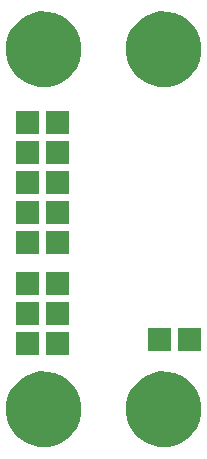
<source format=gbr>
G04 #@! TF.FileFunction,Soldermask,Top*
%FSLAX46Y46*%
G04 Gerber Fmt 4.6, Leading zero omitted, Abs format (unit mm)*
G04 Created by KiCad (PCBNEW (2016-09-17 revision 679eef1)-makepkg) date 01/02/17 11:18:57*
%MOMM*%
%LPD*%
G01*
G04 APERTURE LIST*
%ADD10C,0.150000*%
G04 APERTURE END LIST*
D10*
G36*
X5416110Y8277872D02*
X6030848Y8151685D01*
X6609363Y7908500D01*
X7129631Y7557574D01*
X7571824Y7112283D01*
X7919105Y6589582D01*
X8158249Y6009378D01*
X8280004Y5394466D01*
X8280004Y5394449D01*
X8280137Y5393776D01*
X8270128Y4676993D01*
X8269977Y4676330D01*
X8269977Y4676306D01*
X8131099Y4065032D01*
X7875851Y3491739D01*
X7514107Y2978933D01*
X7059653Y2546162D01*
X6529787Y2209900D01*
X5944712Y1982964D01*
X5326688Y1873989D01*
X4699273Y1887132D01*
X4086359Y2021890D01*
X3511293Y2273129D01*
X2995980Y2631282D01*
X2560044Y3082706D01*
X2220093Y3610208D01*
X1989075Y4193693D01*
X1875790Y4810936D01*
X1884551Y5438424D01*
X2015027Y6052266D01*
X2262248Y6629075D01*
X2616795Y7146877D01*
X3065163Y7585952D01*
X3590276Y7929576D01*
X4172132Y8164661D01*
X4788571Y8282254D01*
X5416110Y8277872D01*
X5416110Y8277872D01*
G37*
G36*
X15576110Y8277872D02*
X16190848Y8151685D01*
X16769363Y7908500D01*
X17289631Y7557574D01*
X17731824Y7112283D01*
X18079105Y6589582D01*
X18318249Y6009378D01*
X18440004Y5394466D01*
X18440004Y5394449D01*
X18440137Y5393776D01*
X18430128Y4676993D01*
X18429977Y4676330D01*
X18429977Y4676306D01*
X18291099Y4065032D01*
X18035851Y3491739D01*
X17674107Y2978933D01*
X17219653Y2546162D01*
X16689787Y2209900D01*
X16104712Y1982964D01*
X15486688Y1873989D01*
X14859273Y1887132D01*
X14246359Y2021890D01*
X13671293Y2273129D01*
X13155980Y2631282D01*
X12720044Y3082706D01*
X12380093Y3610208D01*
X12149075Y4193693D01*
X12035790Y4810936D01*
X12044551Y5438424D01*
X12175027Y6052266D01*
X12422248Y6629075D01*
X12776795Y7146877D01*
X13225163Y7585952D01*
X13750276Y7929576D01*
X14332132Y8164661D01*
X14948571Y8282254D01*
X15576110Y8277872D01*
X15576110Y8277872D01*
G37*
G36*
X7185000Y9706000D02*
X5261000Y9706000D01*
X5261000Y11630000D01*
X7185000Y11630000D01*
X7185000Y9706000D01*
X7185000Y9706000D01*
G37*
G36*
X4645000Y9706000D02*
X2721000Y9706000D01*
X2721000Y11630000D01*
X4645000Y11630000D01*
X4645000Y9706000D01*
X4645000Y9706000D01*
G37*
G36*
X18386400Y10010800D02*
X16462400Y10010800D01*
X16462400Y11934800D01*
X18386400Y11934800D01*
X18386400Y10010800D01*
X18386400Y10010800D01*
G37*
G36*
X15846400Y10010800D02*
X13922400Y10010800D01*
X13922400Y11934800D01*
X15846400Y11934800D01*
X15846400Y10010800D01*
X15846400Y10010800D01*
G37*
G36*
X7185000Y12246000D02*
X5261000Y12246000D01*
X5261000Y14170000D01*
X7185000Y14170000D01*
X7185000Y12246000D01*
X7185000Y12246000D01*
G37*
G36*
X4645000Y12246000D02*
X2721000Y12246000D01*
X2721000Y14170000D01*
X4645000Y14170000D01*
X4645000Y12246000D01*
X4645000Y12246000D01*
G37*
G36*
X4645000Y14786000D02*
X2721000Y14786000D01*
X2721000Y16710000D01*
X4645000Y16710000D01*
X4645000Y14786000D01*
X4645000Y14786000D01*
G37*
G36*
X7185000Y14786000D02*
X5261000Y14786000D01*
X5261000Y16710000D01*
X7185000Y16710000D01*
X7185000Y14786000D01*
X7185000Y14786000D01*
G37*
G36*
X7185000Y18215000D02*
X5261000Y18215000D01*
X5261000Y20139000D01*
X7185000Y20139000D01*
X7185000Y18215000D01*
X7185000Y18215000D01*
G37*
G36*
X4645000Y18215000D02*
X2721000Y18215000D01*
X2721000Y20139000D01*
X4645000Y20139000D01*
X4645000Y18215000D01*
X4645000Y18215000D01*
G37*
G36*
X4645000Y20755000D02*
X2721000Y20755000D01*
X2721000Y22679000D01*
X4645000Y22679000D01*
X4645000Y20755000D01*
X4645000Y20755000D01*
G37*
G36*
X7185000Y20755000D02*
X5261000Y20755000D01*
X5261000Y22679000D01*
X7185000Y22679000D01*
X7185000Y20755000D01*
X7185000Y20755000D01*
G37*
G36*
X4645000Y23295000D02*
X2721000Y23295000D01*
X2721000Y25219000D01*
X4645000Y25219000D01*
X4645000Y23295000D01*
X4645000Y23295000D01*
G37*
G36*
X7185000Y23295000D02*
X5261000Y23295000D01*
X5261000Y25219000D01*
X7185000Y25219000D01*
X7185000Y23295000D01*
X7185000Y23295000D01*
G37*
G36*
X7185000Y25835000D02*
X5261000Y25835000D01*
X5261000Y27759000D01*
X7185000Y27759000D01*
X7185000Y25835000D01*
X7185000Y25835000D01*
G37*
G36*
X4645000Y25835000D02*
X2721000Y25835000D01*
X2721000Y27759000D01*
X4645000Y27759000D01*
X4645000Y25835000D01*
X4645000Y25835000D01*
G37*
G36*
X4645000Y28375000D02*
X2721000Y28375000D01*
X2721000Y30299000D01*
X4645000Y30299000D01*
X4645000Y28375000D01*
X4645000Y28375000D01*
G37*
G36*
X7185000Y28375000D02*
X5261000Y28375000D01*
X5261000Y30299000D01*
X7185000Y30299000D01*
X7185000Y28375000D01*
X7185000Y28375000D01*
G37*
G36*
X5416110Y38757872D02*
X6030848Y38631685D01*
X6609363Y38388500D01*
X7129631Y38037574D01*
X7571824Y37592283D01*
X7919105Y37069582D01*
X8158249Y36489378D01*
X8280004Y35874466D01*
X8280004Y35874449D01*
X8280137Y35873776D01*
X8270128Y35156993D01*
X8269977Y35156330D01*
X8269977Y35156306D01*
X8131099Y34545032D01*
X7875851Y33971739D01*
X7514107Y33458933D01*
X7059653Y33026162D01*
X6529787Y32689900D01*
X5944712Y32462964D01*
X5326688Y32353989D01*
X4699273Y32367132D01*
X4086359Y32501890D01*
X3511293Y32753129D01*
X2995980Y33111282D01*
X2560044Y33562706D01*
X2220093Y34090208D01*
X1989075Y34673693D01*
X1875790Y35290936D01*
X1884551Y35918424D01*
X2015027Y36532266D01*
X2262248Y37109075D01*
X2616795Y37626877D01*
X3065163Y38065952D01*
X3590276Y38409576D01*
X4172132Y38644661D01*
X4788571Y38762254D01*
X5416110Y38757872D01*
X5416110Y38757872D01*
G37*
G36*
X15576110Y38757872D02*
X16190848Y38631685D01*
X16769363Y38388500D01*
X17289631Y38037574D01*
X17731824Y37592283D01*
X18079105Y37069582D01*
X18318249Y36489378D01*
X18440004Y35874466D01*
X18440004Y35874449D01*
X18440137Y35873776D01*
X18430128Y35156993D01*
X18429977Y35156330D01*
X18429977Y35156306D01*
X18291099Y34545032D01*
X18035851Y33971739D01*
X17674107Y33458933D01*
X17219653Y33026162D01*
X16689787Y32689900D01*
X16104712Y32462964D01*
X15486688Y32353989D01*
X14859273Y32367132D01*
X14246359Y32501890D01*
X13671293Y32753129D01*
X13155980Y33111282D01*
X12720044Y33562706D01*
X12380093Y34090208D01*
X12149075Y34673693D01*
X12035790Y35290936D01*
X12044551Y35918424D01*
X12175027Y36532266D01*
X12422248Y37109075D01*
X12776795Y37626877D01*
X13225163Y38065952D01*
X13750276Y38409576D01*
X14332132Y38644661D01*
X14948571Y38762254D01*
X15576110Y38757872D01*
X15576110Y38757872D01*
G37*
M02*

</source>
